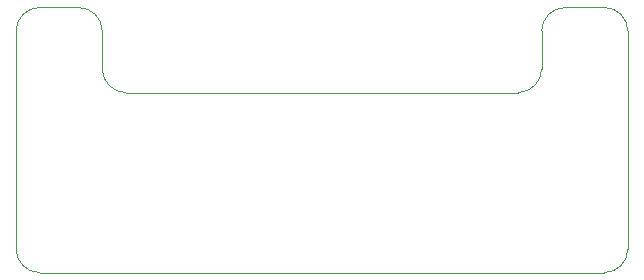
<source format=gbr>
G04 #@! TF.GenerationSoftware,KiCad,Pcbnew,(5.1.2)-2*
G04 #@! TF.CreationDate,2019-09-13T01:35:51-05:00*
G04 #@! TF.ProjectId,breadboard_power,62726561-6462-46f6-9172-645f706f7765,rev?*
G04 #@! TF.SameCoordinates,Original*
G04 #@! TF.FileFunction,Profile,NP*
%FSLAX46Y46*%
G04 Gerber Fmt 4.6, Leading zero omitted, Abs format (unit mm)*
G04 Created by KiCad (PCBNEW (5.1.2)-2) date 2019-09-13 01:35:51*
%MOMM*%
%LPD*%
G04 APERTURE LIST*
%ADD10C,0.120000*%
G04 APERTURE END LIST*
D10*
X71600000Y-29000000D02*
G75*
G02X69600000Y-31000000I-2000000J0D01*
G01*
X36400000Y-31000000D02*
G75*
G02X34400000Y-29000000I0J2000000D01*
G01*
X73600000Y-23800000D02*
X76900000Y-23800000D01*
X71600000Y-25800000D02*
G75*
G02X73600000Y-23800000I2000000J0D01*
G01*
X32400000Y-23800000D02*
G75*
G02X34400000Y-25800000I0J-2000000D01*
G01*
X71600000Y-29000000D02*
X71600000Y-25800000D01*
X36400000Y-31000000D02*
X69600000Y-31000000D01*
X34400000Y-25800000D02*
X34400000Y-29000000D01*
X29100000Y-46250000D02*
G75*
G02X27100000Y-44250000I0J2000000D01*
G01*
X78900000Y-44250000D02*
G75*
G02X76900000Y-46250000I-2000000J0D01*
G01*
X27100000Y-25800000D02*
G75*
G02X29100000Y-23800000I2000000J0D01*
G01*
X76900000Y-23800000D02*
G75*
G02X78900000Y-25800000I0J-2000000D01*
G01*
X27100000Y-44250000D02*
X27100000Y-25800000D01*
X76900000Y-46250000D02*
X29100000Y-46250000D01*
X78900000Y-25800000D02*
X78900000Y-44250000D01*
X29100000Y-23800000D02*
X32400000Y-23800000D01*
M02*

</source>
